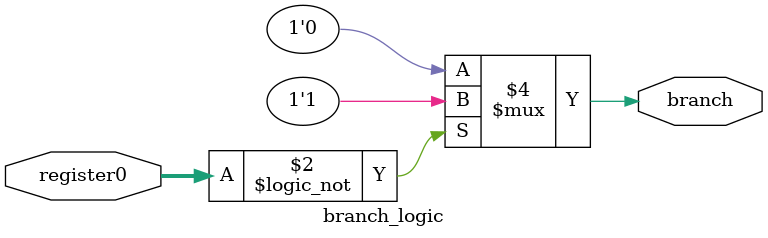
<source format=v>
module branch_logic (input [7:0] register0, output reg branch);

	always @(*) begin
	
		if (register0 == 0) branch = 1'b1;
		else branch = 1'b0;
		
	end

endmodule

</source>
